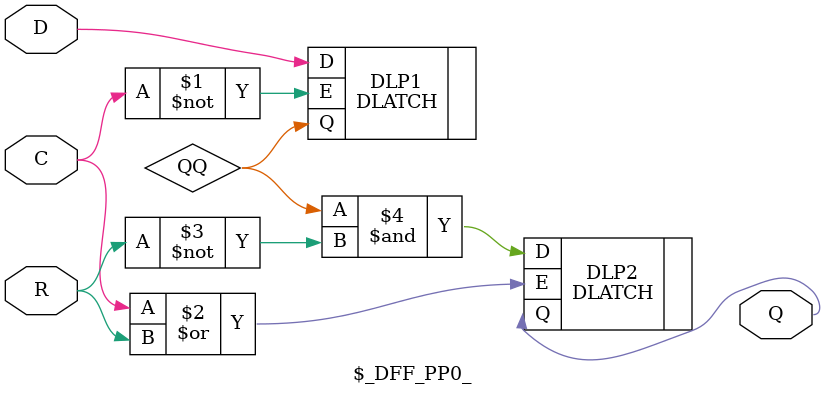
<source format=v>

module \$_DLATCH_P_ (D, E, Q);
    wire [1023:0] _TECHMAP_DO_ = "simplemap; opt";
    input D, E;
    output Q;

    DLATCH DLP(.E(E), .D(D), .Q(Q));
endmodule

module \$_DFF_P_ (D, C, Q);
    wire [1023:0] _TECHMAP_DO_ = "simplemap; opt";
    input D, C;
    output Q;
    wire QQ;

    DLATCH DLP1(.E(~C), .D(D), .Q(QQ));
    DLATCH DLP2(.E(C), .D(QQ), .Q(Q));
endmodule

module \$_DFF_PP0_ (D, C, R, Q);
    wire [1023:0] _TECHMAP_DO_ = "simplemap; opt";
    input D, C, R;
    output reg Q;
    wire QQ;

    DLATCH DLP1(.E(~C), .D(D), .Q(QQ));
    DLATCH DLP2(.E(C|R), .D(QQ&(~R)), .Q(Q));
endmodule
</source>
